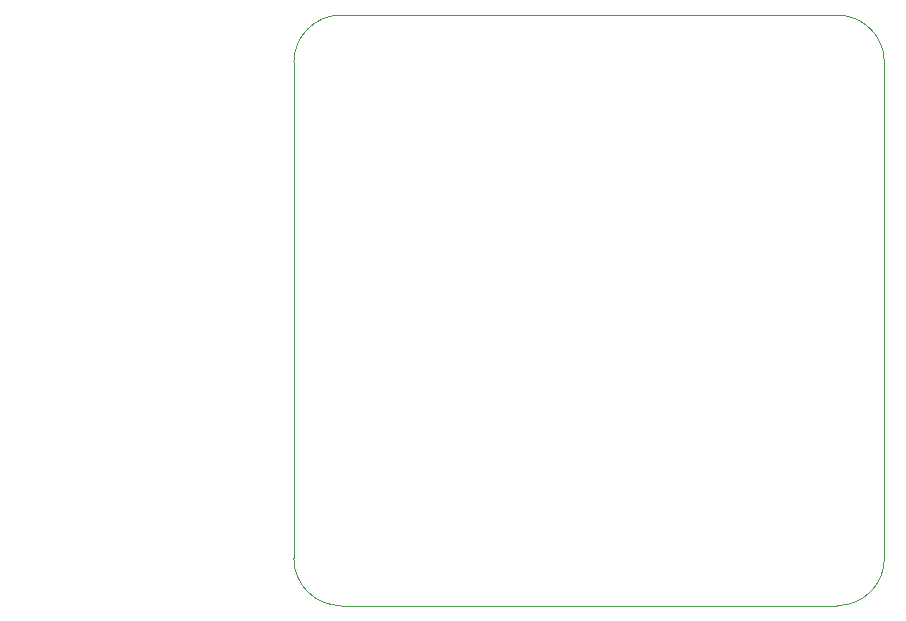
<source format=gm1>
G04 #@! TF.GenerationSoftware,KiCad,Pcbnew,7.0.8-7.0.8~ubuntu22.04.1*
G04 #@! TF.CreationDate,2023-11-04T16:43:40+00:00*
G04 #@! TF.ProjectId,kicad_dual_neopixel_driver,6b696361-645f-4647-9561-6c5f6e656f70,rev?*
G04 #@! TF.SameCoordinates,Original*
G04 #@! TF.FileFunction,Profile,NP*
%FSLAX46Y46*%
G04 Gerber Fmt 4.6, Leading zero omitted, Abs format (unit mm)*
G04 Created by KiCad (PCBNEW 7.0.8-7.0.8~ubuntu22.04.1) date 2023-11-04 16:43:40*
%MOMM*%
%LPD*%
G01*
G04 APERTURE LIST*
G04 #@! TA.AperFunction,Profile*
%ADD10C,0.100000*%
G04 #@! TD*
G04 APERTURE END LIST*
D10*
X129000000Y-136000000D02*
G75*
G03*
X133000000Y-140000000I4000000J0D01*
G01*
X133000000Y-90000000D02*
G75*
G03*
X129000000Y-94000000I0J-4000000D01*
G01*
X179000000Y-94000000D02*
G75*
G03*
X175000000Y-90000000I-4000000J0D01*
G01*
X175000000Y-140000000D02*
X133000000Y-140000000D01*
X179000000Y-94000000D02*
X179000000Y-136000000D01*
X133000000Y-90000000D02*
X175000000Y-90000000D01*
X129000000Y-136000000D02*
X129000000Y-94000000D01*
X106000001Y-94000000D02*
G75*
G03*
X106000001Y-94000000I-1J0D01*
G01*
X175000000Y-140000000D02*
G75*
G03*
X179000000Y-136000000I0J4000000D01*
G01*
M02*

</source>
